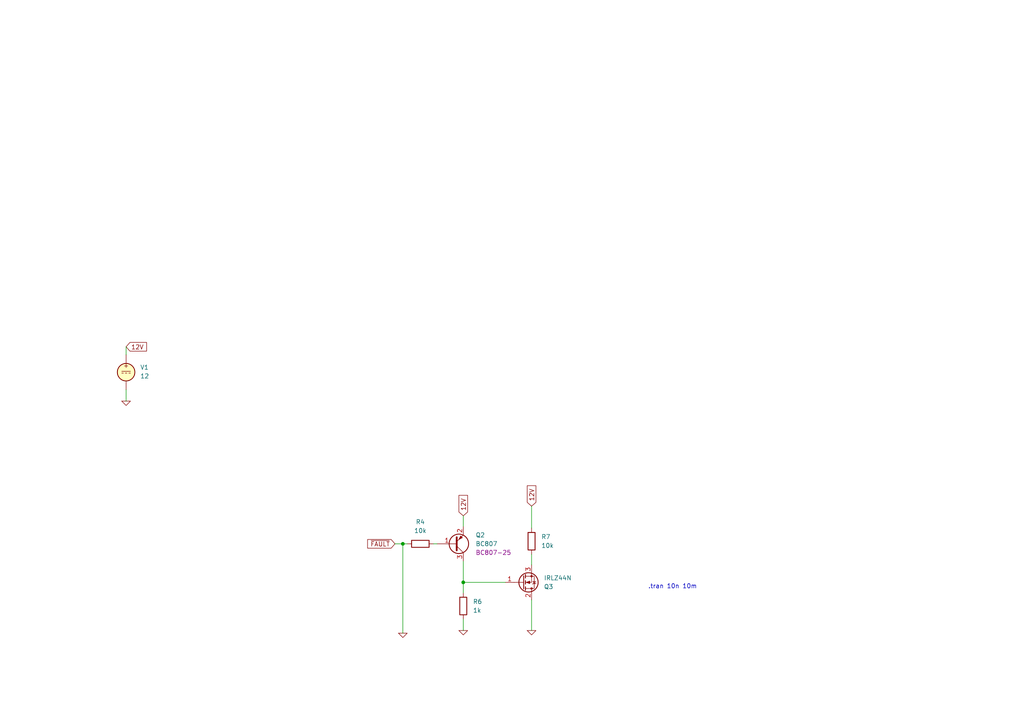
<source format=kicad_sch>
(kicad_sch (version 20230121) (generator eeschema)
  (paper "A4")
  (lib_symbols
    (symbol "Device:R" (pin_numbers hide) (pin_names (offset 0))
      (property "Reference" "R" (at 2.032 0 90))
      (property "Value" "R" (at 0 0 90))
      (symbol "R_0_1"
        (rectangle (start -1.016 -2.54) (end 1.016 2.54) (stroke (width 0.254)))
      )
      (symbol "R_1_1"
        (pin passive line (at 0 3.81 270) (length 1.27) (name "~") (number "1"))
        (pin passive line (at 0 -3.81 90) (length 1.27) (name "~") (number "2"))
      )
    )
    (symbol "SPICE_bjts:BC807" (pin_names (offset 0) hide)
      (property "Reference" "Q" (at 5.08 1.905 0))
      (property "Value" "BC807" (at 5.08 0 0))
      (property "Sim.Name" "BC807-25" (at 10.16 -3.81 0))
      (symbol "BC807_0_1"
        (polyline (pts (xy 0.635 0.635) (xy 2.54 2.54)))
        (polyline (pts (xy 0.635 -0.635) (xy 2.54 -2.54) (xy 2.54 -2.54)))
        (polyline (pts (xy 0.635 1.905) (xy 0.635 -1.905) (xy 0.635 -1.905)) (stroke (width 0.508)))
        (polyline (pts (xy 2.286 -1.778) (xy 1.778 -2.286) (xy 1.27 -1.27) (xy 2.286 -1.778) (xy 2.286 -1.778)) (fill (type outline)))
        (circle (center 1.27 0) (radius 2.8194) (stroke (width 0.254)))
      )
      (symbol "BC807_1_1"
        (pin input line (at -5.08 0 0) (length 5.715) (name "B") (number "1"))
        (pin passive line (at 2.54 -5.08 90) (length 2.54) (name "E") (number "2"))
        (pin passive line (at 2.54 5.08 270) (length 2.54) (name "C") (number "3"))
      )
    )
    (symbol "SPICE_fets:IRLZ44N" (pin_names hide)
      (property "Reference" "Q" (at 6.35 1.905 0))
      (property "Value" "IRLZ44N" (at 6.35 0 0))
      (symbol "IRLZ44N_0_1"
        (polyline (pts (xy 0.254 0) (xy -2.54 0)))
        (polyline (pts (xy 0.254 1.905) (xy 0.254 -1.905)) (stroke (width 0.254)))
        (polyline (pts (xy 0.762 -1.27) (xy 0.762 -2.286)) (stroke (width 0.254)))
        (polyline (pts (xy 0.762 0.508) (xy 0.762 -0.508)) (stroke (width 0.254)))
        (polyline (pts (xy 0.762 2.286) (xy 0.762 1.27)) (stroke (width 0.254)))
        (polyline (pts (xy 2.54 2.54) (xy 2.54 1.778)))
        (polyline (pts (xy 2.54 -2.54) (xy 2.54 0) (xy 0.762 0)))
        (polyline (pts (xy 0.762 -1.778) (xy 3.302 -1.778) (xy 3.302 1.778) (xy 0.762 1.778)))
        (polyline (pts (xy 1.016 0) (xy 2.032 0.381) (xy 2.032 -0.381) (xy 1.016 0)) (fill (type outline)))
        (polyline (pts (xy 2.794 0.508) (xy 2.921 0.381) (xy 3.683 0.381) (xy 3.81 0.254)))
        (polyline (pts (xy 3.302 0.381) (xy 2.921 -0.254) (xy 3.683 -0.254) (xy 3.302 0.381)))
        (circle (center 1.651 0) (radius 2.794) (stroke (width 0.254)))
        (circle (center 2.54 -1.778) (radius 0.254) (fill (type outline)))
        (circle (center 2.54 1.778) (radius 0.254) (fill (type outline)))
      )
      (symbol "IRLZ44N_1_1"
        (pin input line (at -5.08 0 0) (length 2.54) (name "G") (number "1"))
        (pin passive line (at 2.54 5.08 270) (length 2.54) (name "D") (number "2"))
        (pin passive line (at 2.54 -5.08 90) (length 2.54) (name "S") (number "3"))
      )
    )
    (symbol "Simulation_SPICE:0" (power) (pin_names (offset 0))
      (property "Value" "0" (at 0 -1.778 0))
      (symbol "0_0_1"
        (polyline (pts (xy -1.27 0) (xy 0 -1.27) (xy 1.27 0) (xy -1.27 0)))
      )
      (symbol "0_1_1"
        (pin power_in line (at 0 0 0) (length 0) hide (name "0") (number "1"))
      )
    )
    (symbol "Simulation_SPICE:VDC" (pin_numbers hide) (pin_names (offset 0.0254))
      (property "Reference" "V" (at 2.54 2.54 0))
      (property "Value" "1" (at 2.54 0 0))
      (symbol "VDC_0_0"
        (polyline (pts (xy -1.27 0.254) (xy 1.27 0.254)))
        (polyline (pts (xy -0.762 -0.254) (xy -1.27 -0.254)))
        (polyline (pts (xy 0.254 -0.254) (xy -0.254 -0.254)))
        (polyline (pts (xy 1.27 -0.254) (xy 0.762 -0.254)))
        (text "+" (at 0 1.905 0) (effects (font (size 1.27 1.27))))
      )
      (symbol "VDC_0_1"
        (circle (center 0 0) (radius 2.54) (stroke (width 0.254)) (fill (type background)))
      )
      (symbol "VDC_1_1"
        (pin passive line (at 0 5.08 270) (length 2.54) (name "~") (number "1"))
        (pin passive line (at 0 -5.08 90) (length 2.54) (name "~") (number "2"))
      )
    )
  )
  (junction (at 134.366 168.91))
  (junction (at 116.84 157.734))
  (wire (pts (xy 154.178 146.812) (xy 154.178 153.162)))
  (wire (pts (xy 36.576 102.87) (xy 36.576 100.584)))
  (wire (pts (xy 134.366 168.91) (xy 134.366 171.958)))
  (wire (pts (xy 116.84 157.734) (xy 116.84 183.642)))
  (wire (pts (xy 36.576 113.03) (xy 36.576 116.332)))
  (wire (pts (xy 116.84 157.734) (xy 118.11 157.734)))
  (wire (pts (xy 134.366 168.91) (xy 146.558 168.91)))
  (wire (pts (xy 134.366 149.606) (xy 134.366 152.654)))
  (wire (pts (xy 134.366 179.578) (xy 134.366 182.88)))
  (wire (pts (xy 125.73 157.734) (xy 126.746 157.734)))
  (wire (pts (xy 154.178 160.782) (xy 154.178 163.83)))
  (wire (pts (xy 134.366 162.814) (xy 134.366 168.91)))
  (wire (pts (xy 114.554 157.734) (xy 116.84 157.734)))
  (wire (pts (xy 154.178 173.99) (xy 154.178 182.88)))
  (text ".tran 10n 10m" (at 187.96 170.942 0) (effects (font (size 1.27 1.27)) (justify left bottom)))
  (global_label "12V" (shape input) (at 134.366 149.606 90) (property "Intersheetrefs" "${INTERSHEET_REFS}" (effects hide)))
  (global_label "12V" (shape input) (at 154.178 146.812 90) (property "Intersheetrefs" "${INTERSHEET_REFS}" (effects hide)))
  (global_label "12V" (shape input) (at 36.576 100.584 0) (property "Intersheetrefs" "${INTERSHEET_REFS}" (effects hide)))
  (global_label "~{FAULT}" (shape input) (at 114.554 157.734 180) (property "Intersheetrefs" "${INTERSHEET_REFS}" (effects hide)))
  (symbol (lib_id "Simulation_SPICE:VDC") (at 36.576 107.95 0) (unit 1)
    (property "Reference" "V1" (at 40.64 106.5502 0) (effects (justify left)))
    (property "Value" "12" (at 40.64 109.0902 0) (effects (justify left)))
    (property "Sim.Pins" "1=+ 2=-" (effects hide))
    (property "Sim.Type" "DC" (effects hide))
    (property "Sim.Device" "V" (effects hide))
  )
  (symbol (lib_id "Simulation_SPICE:0") (at 116.84 183.642 0) (unit 1)
    (property "Reference" "#GND01" (effects hide))
    (property "Value" "0" (effects hide))
  )
  (symbol (lib_id "Device:R") (at 134.366 175.768 180) (unit 1)
    (property "Reference" "R6" (at 137.16 174.498 0) (effects (justify right)))
    (property "Value" "1k" (at 137.16 177.038 0) (effects (justify right)))
    (property "Footprint" "Resistor_SMD:R_0603_1608Metric_Pad0.98x0.95mm_HandSolder" (effects hide))
  )
  (symbol (lib_id "Simulation_SPICE:0") (at 134.366 182.88 0) (unit 1)
    (property "Reference" "#GND06" (effects hide))
    (property "Value" "0" (effects hide))
  )
  (symbol (lib_id "SPICE_bjts:BC807") (at 131.826 157.734 0) (mirror x) (unit 1)
    (property "Reference" "Q2" (at 137.922 155.194 0) (effects (justify left)))
    (property "Value" "BC807" (at 137.922 157.734 0) (effects (justify left)))
    (property "Footprint" "Package_TO_SOT_SMD:SOT-23" (effects hide))
    (property "Datasheet" "https://www.onsemi.com/pub/Collateral/BC808-D.pdf" (effects hide))
    (property "Sim.Library" "/home/ostoja/spice_models/bjts/BC807-25.lib" (effects hide))
    (property "Sim.Name" "BC807-25" (at 137.922 160.274 0) (effects (justify left)))
    (property "Sim.Device" "PNP" (effects hide))
    (property "Sim.Type" "GUMMELPOON" (effects hide))
    (property "Sim.Pins" "1=B 2=E 3=C" (effects hide))
    (property "Sim.Params" "is=108000a ise=27130a isc=506200a" (effects hide))
  )
  (symbol (lib_id "SPICE_fets:IRLZ44N") (at 151.638 168.91 0) (mirror x) (unit 1)
    (property "Reference" "Q3" (at 157.734 170.18 0) (effects (justify left)))
    (property "Value" "IRLZ44N" (at 157.734 167.64 0) (effects (justify left)))
    (property "Footprint" "Package_TO_SOT_THT:TO-220-3_Vertical" (effects hide))
    (property "Datasheet" "http://www.irf.com/product-info/datasheets/data/irlz44n.pdf" (effects hide))
    (property "Sim.Library" "/home/ostoja/KiCad/models/mosfets/IRFZ46N.lib" (effects hide))
    (property "Sim.Name" "IRFZ46N" (effects hide))
    (property "Sim.Device" "NMOS" (effects hide))
    (property "Sim.Type" "VDMOS" (effects hide))
    (property "Sim.Pins" "1=G 2=D 3=S" (effects hide))
  )
  (symbol (lib_id "Simulation_SPICE:0") (at 36.576 116.332 0) (unit 1)
    (property "Reference" "#GND013" (effects hide))
    (property "Value" "0" (effects hide))
  )
  (symbol (lib_id "Device:R") (at 121.92 157.734 270) (mirror x) (unit 1)
    (property "Reference" "R4" (at 121.92 151.384 90))
    (property "Value" "10k" (at 121.92 153.924 90))
    (property "Footprint" "Resistor_SMD:R_0603_1608Metric_Pad0.98x0.95mm_HandSolder" (effects hide))
  )
  (symbol (lib_id "Device:R") (at 154.178 156.972 0) (mirror y) (unit 1)
    (property "Reference" "R7" (at 156.972 155.702 0) (effects (justify right)))
    (property "Value" "10k" (at 156.972 158.242 0) (effects (justify right)))
    (property "Footprint" "Resistor_SMD:R_0603_1608Metric_Pad0.98x0.95mm_HandSolder" (effects hide))
  )
  (symbol (lib_id "Simulation_SPICE:0") (at 154.178 182.88 0) (unit 1)
    (property "Reference" "#GND07" (effects hide))
    (property "Value" "0" (effects hide))
  )
)
</source>
